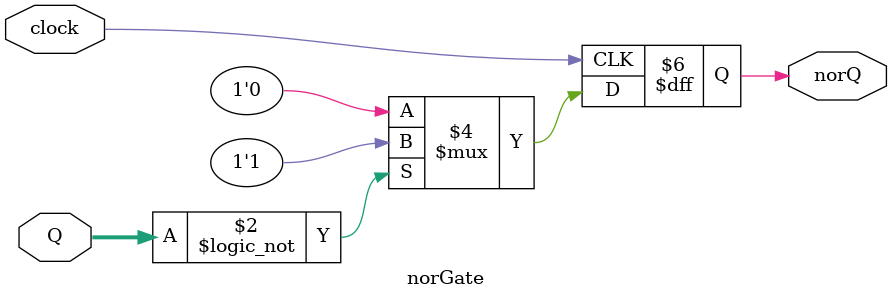
<source format=v>
module norGate(Q, norQ,clock);
	input [26:0] Q;
	input clock;
	output reg norQ;
	
	always@(posedge clock)
		begin
			if(Q == 0)
				norQ <= 1;
			else
				norQ <= 0;
	end
	

endmodule
	
</source>
